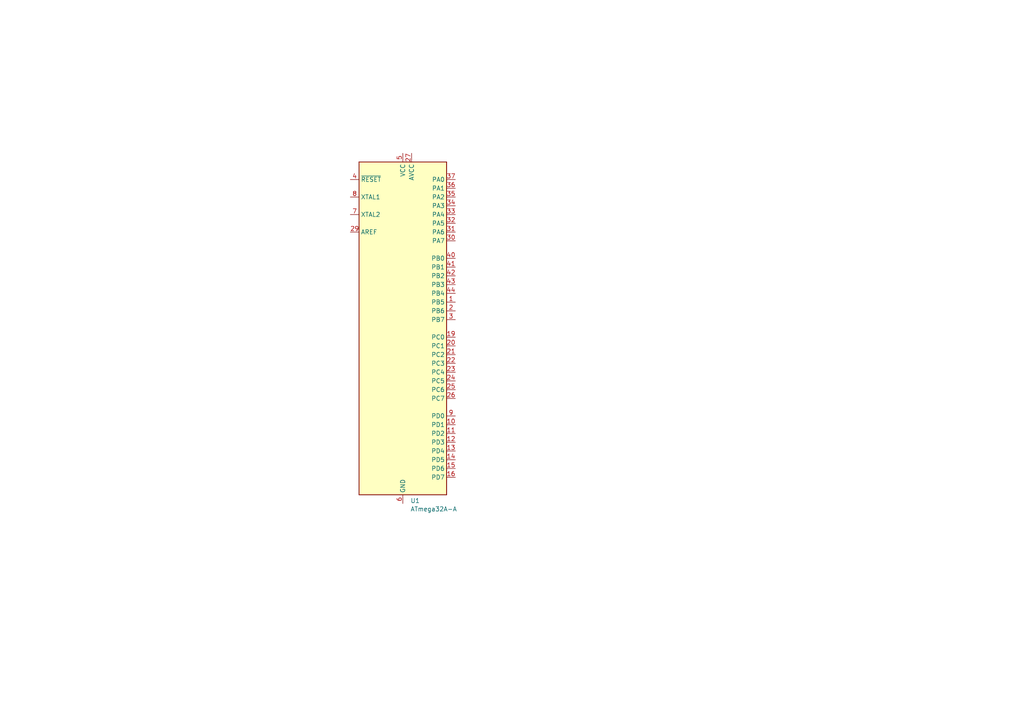
<source format=kicad_sch>
(kicad_sch (version 20231120) (generator "eeschema") (generator_version "8.0")
  (paper "A4")
  (lib_symbols
    (symbol "MCU_Microchip_ATmega:ATmega32A-A"
      (property "Reference" "U" (at -12.7 49.53 0))
      (property "Value" "ATmega32A-A" (at 2.54 -49.53 0))
      (symbol "ATmega32A-A_0_1"
        (rectangle (start -12.7 -48.26) (end 12.7 48.26) (stroke (width 0.254)) (fill (type background)))
      )
      (symbol "ATmega32A-A_1_1"
        (pin bidirectional line (at 15.24 7.62 180) (length 2.54) (name "PB5") (number "1"))
        (pin bidirectional line (at 15.24 -27.94 180) (length 2.54) (name "PD1") (number "10"))
        (pin bidirectional line (at 15.24 -30.48 180) (length 2.54) (name "PD2") (number "11"))
        (pin bidirectional line (at 15.24 -33.02 180) (length 2.54) (name "PD3") (number "12"))
        (pin bidirectional line (at 15.24 -35.56 180) (length 2.54) (name "PD4") (number "13"))
        (pin bidirectional line (at 15.24 -38.1 180) (length 2.54) (name "PD5") (number "14"))
        (pin bidirectional line (at 15.24 -40.64 180) (length 2.54) (name "PD6") (number "15"))
        (pin bidirectional line (at 15.24 -43.18 180) (length 2.54) (name "PD7") (number "16"))
        (pin passive line (at 0 50.8 270) (length 2.54) hide (name "VCC") (number "17"))
        (pin passive line (at 0 -50.8 90) (length 2.54) hide (name "GND") (number "18"))
        (pin bidirectional line (at 15.24 -2.54 180) (length 2.54) (name "PC0") (number "19"))
        (pin bidirectional line (at 15.24 5.08 180) (length 2.54) (name "PB6") (number "2"))
        (pin bidirectional line (at 15.24 -5.08 180) (length 2.54) (name "PC1") (number "20"))
        (pin bidirectional line (at 15.24 -7.62 180) (length 2.54) (name "PC2") (number "21"))
        (pin bidirectional line (at 15.24 -10.16 180) (length 2.54) (name "PC3") (number "22"))
        (pin bidirectional line (at 15.24 -12.7 180) (length 2.54) (name "PC4") (number "23"))
        (pin bidirectional line (at 15.24 -15.24 180) (length 2.54) (name "PC5") (number "24"))
        (pin bidirectional line (at 15.24 -17.78 180) (length 2.54) (name "PC6") (number "25"))
        (pin bidirectional line (at 15.24 -20.32 180) (length 2.54) (name "PC7") (number "26"))
        (pin power_in line (at 2.54 50.8 270) (length 2.54) (name "AVCC") (number "27"))
        (pin passive line (at 0 -50.8 90) (length 2.54) hide (name "GND") (number "28"))
        (pin passive line (at -15.24 27.94 0) (length 2.54) (name "AREF") (number "29"))
        (pin bidirectional line (at 15.24 2.54 180) (length 2.54) (name "PB7") (number "3"))
        (pin bidirectional line (at 15.24 25.4 180) (length 2.54) (name "PA7") (number "30"))
        (pin bidirectional line (at 15.24 27.94 180) (length 2.54) (name "PA6") (number "31"))
        (pin bidirectional line (at 15.24 30.48 180) (length 2.54) (name "PA5") (number "32"))
        (pin bidirectional line (at 15.24 33.02 180) (length 2.54) (name "PA4") (number "33"))
        (pin bidirectional line (at 15.24 35.56 180) (length 2.54) (name "PA3") (number "34"))
        (pin bidirectional line (at 15.24 38.1 180) (length 2.54) (name "PA2") (number "35"))
        (pin bidirectional line (at 15.24 40.64 180) (length 2.54) (name "PA1") (number "36"))
        (pin bidirectional line (at 15.24 43.18 180) (length 2.54) (name "PA0") (number "37"))
        (pin passive line (at 0 50.8 270) (length 2.54) hide (name "VCC") (number "38"))
        (pin passive line (at 0 -50.8 90) (length 2.54) hide (name "GND") (number "39"))
        (pin input line (at -15.24 43.18 0) (length 2.54) (name "~{RESET}") (number "4"))
        (pin bidirectional line (at 15.24 20.32 180) (length 2.54) (name "PB0") (number "40"))
        (pin bidirectional line (at 15.24 17.78 180) (length 2.54) (name "PB1") (number "41"))
        (pin bidirectional line (at 15.24 15.24 180) (length 2.54) (name "PB2") (number "42"))
        (pin bidirectional line (at 15.24 12.7 180) (length 2.54) (name "PB3") (number "43"))
        (pin bidirectional line (at 15.24 10.16 180) (length 2.54) (name "PB4") (number "44"))
        (pin power_in line (at 0 50.8 270) (length 2.54) (name "VCC") (number "5"))
        (pin power_in line (at 0 -50.8 90) (length 2.54) (name "GND") (number "6"))
        (pin output line (at -15.24 33.02 0) (length 2.54) (name "XTAL2") (number "7"))
        (pin input line (at -15.24 38.1 0) (length 2.54) (name "XTAL1") (number "8"))
        (pin bidirectional line (at 15.24 -25.4 180) (length 2.54) (name "PD0") (number "9"))
      )
    )
  )
  (symbol (lib_id "MCU_Microchip_ATmega:ATmega32A-A") (at 116.84 95.25 0) (unit 1)
    (property "Reference" "U1" (at 119.0341 145.2301 0) (effects (justify left)))
    (property "Value" "ATmega32A-A" (at 119.0341 147.6544 0) (effects (justify left)))
    (property "Footprint" "Package_QFP:TQFP-44_10x10mm_P0.8mm" (effects (hide yes)))
    (property "Datasheet" "http://ww1.microchip.com/downloads/en/DeviceDoc/atmel-8155-8-bit-microcontroller-avr-atmega32a_datasheet.pdf" (effects (hide yes)))
    (property "Description" "16MHz, 32kB Flash, 2kB SRAM, 1kB EEPROM, JTAG, TQFP-44" (effects (hide yes)))
  )
)
</source>
